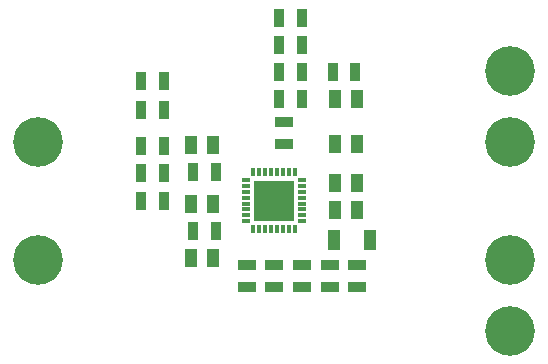
<source format=gbs>
G04*
G04 #@! TF.GenerationSoftware,Altium Limited,Altium Designer,25.2.1 (25)*
G04*
G04 Layer_Color=16711935*
%FSLAX44Y44*%
%MOMM*%
G71*
G04*
G04 #@! TF.SameCoordinates,AC2081E8-41FF-4463-B602-B75E9B52F610*
G04*
G04*
G04 #@! TF.FilePolarity,Negative*
G04*
G01*
G75*
%ADD21C,4.2032*%
%ADD39R,3.4016X3.4016*%
%ADD40R,0.7016X0.3316*%
%ADD41R,0.3316X0.7016*%
%ADD42R,1.5032X0.9032*%
%ADD43R,1.1032X1.8032*%
%ADD44R,1.1032X1.5032*%
%ADD45R,0.9032X1.5032*%
D21*
X50000Y300000D02*
D03*
Y200000D02*
D03*
X450000Y360000D02*
D03*
Y140000D02*
D03*
Y300000D02*
D03*
Y200000D02*
D03*
D39*
X250000Y250000D02*
D03*
D40*
X274000Y267500D02*
D03*
Y262500D02*
D03*
Y257500D02*
D03*
Y252500D02*
D03*
Y247500D02*
D03*
Y242500D02*
D03*
Y237500D02*
D03*
Y232500D02*
D03*
X226000D02*
D03*
Y237500D02*
D03*
Y242500D02*
D03*
Y247500D02*
D03*
Y252500D02*
D03*
Y257500D02*
D03*
Y262500D02*
D03*
Y267500D02*
D03*
D41*
X267500Y226000D02*
D03*
X262500D02*
D03*
X257500D02*
D03*
X252500D02*
D03*
X247500D02*
D03*
X242500D02*
D03*
X237500D02*
D03*
X232500D02*
D03*
Y274000D02*
D03*
X237500D02*
D03*
X242500D02*
D03*
X247500D02*
D03*
X252500D02*
D03*
X257500D02*
D03*
X262500D02*
D03*
X267500D02*
D03*
D42*
X227000Y195500D02*
D03*
Y176500D02*
D03*
X250000Y176500D02*
D03*
Y195500D02*
D03*
X274000Y195500D02*
D03*
Y176500D02*
D03*
X297000Y176500D02*
D03*
Y195500D02*
D03*
X320000Y195500D02*
D03*
Y176500D02*
D03*
X258000Y297500D02*
D03*
Y316500D02*
D03*
D43*
X300500Y217000D02*
D03*
X331500D02*
D03*
D44*
X320500Y242000D02*
D03*
X301500D02*
D03*
X301500Y265000D02*
D03*
X320500D02*
D03*
X320500Y298000D02*
D03*
X301500D02*
D03*
X301500Y336000D02*
D03*
X320500D02*
D03*
X198500Y201000D02*
D03*
X179500D02*
D03*
X179500Y247000D02*
D03*
X198500D02*
D03*
X179500Y297000D02*
D03*
X198500D02*
D03*
D45*
X318500Y359000D02*
D03*
X299500D02*
D03*
X254500Y336000D02*
D03*
X273500D02*
D03*
X254500Y359000D02*
D03*
X273500D02*
D03*
X254500Y382000D02*
D03*
X273500D02*
D03*
X273500Y405000D02*
D03*
X254500D02*
D03*
X181500Y224000D02*
D03*
X200500D02*
D03*
X200500Y274000D02*
D03*
X181500D02*
D03*
X156500Y250000D02*
D03*
X137500D02*
D03*
X137500Y273000D02*
D03*
X156500D02*
D03*
X156500Y296000D02*
D03*
X137500D02*
D03*
X156500Y327000D02*
D03*
X137500D02*
D03*
X156500Y351000D02*
D03*
X137500D02*
D03*
M02*

</source>
